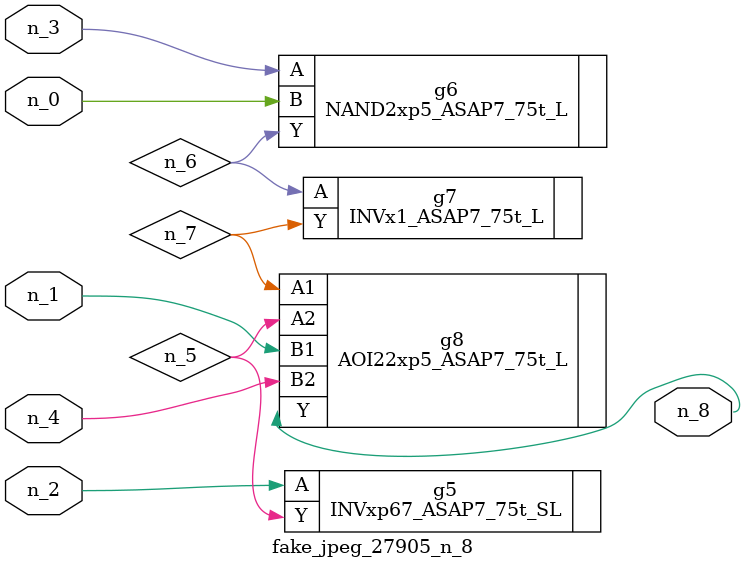
<source format=v>
module fake_jpeg_27905_n_8 (n_3, n_2, n_1, n_0, n_4, n_8);

input n_3;
input n_2;
input n_1;
input n_0;
input n_4;

output n_8;

wire n_6;
wire n_5;
wire n_7;

INVxp67_ASAP7_75t_SL g5 ( 
.A(n_2),
.Y(n_5)
);

NAND2xp5_ASAP7_75t_L g6 ( 
.A(n_3),
.B(n_0),
.Y(n_6)
);

INVx1_ASAP7_75t_L g7 ( 
.A(n_6),
.Y(n_7)
);

AOI22xp5_ASAP7_75t_L g8 ( 
.A1(n_7),
.A2(n_5),
.B1(n_1),
.B2(n_4),
.Y(n_8)
);


endmodule
</source>
